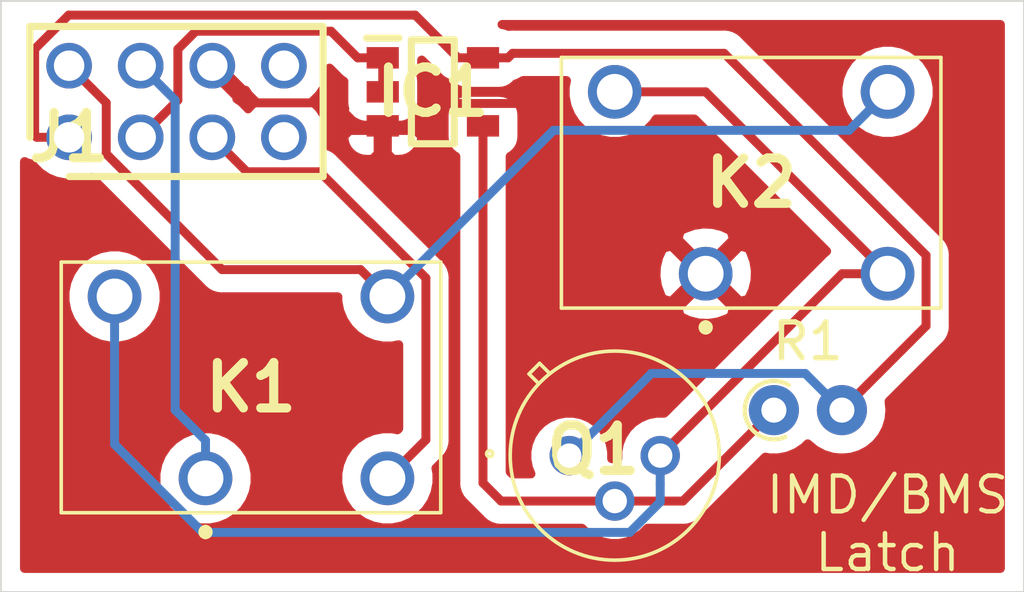
<source format=kicad_pcb>
(kicad_pcb (version 20171130) (host pcbnew "(5.1.0)-1")

  (general
    (thickness 1.6)
    (drawings 5)
    (tracks 69)
    (zones 0)
    (modules 6)
    (nets 11)
  )

  (page A4)
  (layers
    (0 F.Cu signal)
    (31 B.Cu signal)
    (32 B.Adhes user)
    (33 F.Adhes user)
    (34 B.Paste user)
    (35 F.Paste user)
    (36 B.SilkS user)
    (37 F.SilkS user)
    (38 B.Mask user)
    (39 F.Mask user)
    (40 Dwgs.User user)
    (41 Cmts.User user)
    (42 Eco1.User user)
    (43 Eco2.User user)
    (44 Edge.Cuts user)
    (45 Margin user)
    (46 B.CrtYd user)
    (47 F.CrtYd user)
    (48 B.Fab user)
    (49 F.Fab user)
  )

  (setup
    (last_trace_width 0.25)
    (trace_clearance 0.2)
    (zone_clearance 0.508)
    (zone_45_only no)
    (trace_min 0.2)
    (via_size 0.8)
    (via_drill 0.4)
    (via_min_size 0.4)
    (via_min_drill 0.3)
    (uvia_size 0.3)
    (uvia_drill 0.1)
    (uvias_allowed no)
    (uvia_min_size 0.2)
    (uvia_min_drill 0.1)
    (edge_width 0.05)
    (segment_width 0.2)
    (pcb_text_width 0.3)
    (pcb_text_size 1.5 1.5)
    (mod_edge_width 0.12)
    (mod_text_size 1 1)
    (mod_text_width 0.15)
    (pad_size 1.524 1.524)
    (pad_drill 0.762)
    (pad_to_mask_clearance 0.051)
    (solder_mask_min_width 0.25)
    (aux_axis_origin 0 0)
    (visible_elements 7FFFFFFF)
    (pcbplotparams
      (layerselection 0x010fc_ffffffff)
      (usegerberextensions false)
      (usegerberattributes false)
      (usegerberadvancedattributes false)
      (creategerberjobfile false)
      (excludeedgelayer true)
      (linewidth 0.100000)
      (plotframeref false)
      (viasonmask false)
      (mode 1)
      (useauxorigin false)
      (hpglpennumber 1)
      (hpglpenspeed 20)
      (hpglpendiameter 15.000000)
      (psnegative false)
      (psa4output false)
      (plotreference true)
      (plotvalue true)
      (plotinvisibletext false)
      (padsonsilk false)
      (subtractmaskfromsilk false)
      (outputformat 1)
      (mirror false)
      (drillshape 0)
      (scaleselection 1)
      (outputdirectory "IMD_BMS_Latch/"))
  )

  (net 0 "")
  (net 1 "Net-(D1-Pad1)")
  (net 2 /IMD_reset_button)
  (net 3 /IMD_signal)
  (net 4 /GND)
  (net 5 "Net-(IC1-Pad4)")
  (net 6 /IMD_12V)
  (net 7 /IN_A)
  (net 8 /OUT_B)
  (net 9 "Net-(J1-Pad7)")
  (net 10 "Net-(J1-Pad8)")

  (net_class Default "This is the default net class."
    (clearance 0.2)
    (trace_width 0.25)
    (via_dia 0.8)
    (via_drill 0.4)
    (uvia_dia 0.3)
    (uvia_drill 0.1)
    (add_net /GND)
    (add_net /IMD_12V)
    (add_net /IMD_reset_button)
    (add_net /IMD_signal)
    (add_net /IN_A)
    (add_net /OUT_B)
    (add_net "Net-(D1-Pad1)")
    (add_net "Net-(IC1-Pad4)")
    (add_net "Net-(J1-Pad7)")
    (add_net "Net-(J1-Pad8)")
  )

  (module SamacSys_Parts:G6L1PDC24 (layer F.Cu) (tedit 0) (tstamp 5D596D24)
    (at 126.365 99.695)
    (descr G6L-1P-DC24-3)
    (tags "Relay or Contactor")
    (path /5D597E9E)
    (fp_text reference K1 (at 1.27 -2.54) (layer F.SilkS)
      (effects (font (size 1.27 1.27) (thickness 0.254)))
    )
    (fp_text value G6L-1P-DC24 (at 1.27 -2.54) (layer F.SilkS) hide
      (effects (font (size 1.27 1.27) (thickness 0.254)))
    )
    (fp_arc (start 0 1.5) (end 0 1.6) (angle -180) (layer F.SilkS) (width 0.2))
    (fp_arc (start 0 1.5) (end 0 1.4) (angle -180) (layer F.SilkS) (width 0.2))
    (fp_line (start 0 1.6) (end 0 1.6) (layer F.SilkS) (width 0.2))
    (fp_line (start 0 1.4) (end 0 1.4) (layer F.SilkS) (width 0.2))
    (fp_line (start -5.03 -7.04) (end -5.03 1.96) (layer F.CrtYd) (width 0.1))
    (fp_line (start 7.57 -7.04) (end -5.03 -7.04) (layer F.CrtYd) (width 0.1))
    (fp_line (start 7.57 1.96) (end 7.57 -7.04) (layer F.CrtYd) (width 0.1))
    (fp_line (start -5.03 1.96) (end 7.57 1.96) (layer F.CrtYd) (width 0.1))
    (fp_line (start -4.03 -6.04) (end -4.03 0.96) (layer F.SilkS) (width 0.1))
    (fp_line (start 6.57 -6.04) (end -4.03 -6.04) (layer F.SilkS) (width 0.1))
    (fp_line (start 6.57 0.96) (end 6.57 -6.04) (layer F.SilkS) (width 0.1))
    (fp_line (start -4.03 0.96) (end 6.57 0.96) (layer F.SilkS) (width 0.1))
    (fp_line (start -4.03 -6.04) (end -4.03 0.96) (layer F.Fab) (width 0.2))
    (fp_line (start 6.57 -6.04) (end -4.03 -6.04) (layer F.Fab) (width 0.2))
    (fp_line (start 6.57 0.96) (end 6.57 -6.04) (layer F.Fab) (width 0.2))
    (fp_line (start -4.03 0.96) (end 6.57 0.96) (layer F.Fab) (width 0.2))
    (fp_text user %R (at 1.27 -2.54) (layer F.Fab)
      (effects (font (size 1.27 1.27) (thickness 0.254)))
    )
    (pad 8 thru_hole circle (at -2.54 -5.08) (size 1.5 1.5) (drill 1) (layers *.Cu *.Mask)
      (net 1 "Net-(D1-Pad1)"))
    (pad 5 thru_hole circle (at 5.08 -5.08) (size 1.5 1.5) (drill 1) (layers *.Cu *.Mask)
      (net 2 /IMD_reset_button))
    (pad 4 thru_hole circle (at 5.08 0) (size 1.5 1.5) (drill 1) (layers *.Cu *.Mask)
      (net 8 /OUT_B))
    (pad 2 thru_hole circle (at 0 0) (size 1.5 1.5) (drill 1) (layers *.Cu *.Mask)
      (net 7 /IN_A))
    (model "F:\\FS electric vehicle\\KiCAD Models\\SamacSys_Parts.3dshapes\\G6L-1P-DC24.stp"
      (at (xyz 0 0 0))
      (scale (xyz 1 1 1))
      (rotate (xyz 0 0 0))
    )
  )

  (module SamacSys_Parts:SHDR8W46P200_2X4_819X419X444P (layer F.Cu) (tedit 0) (tstamp 5D5D6619)
    (at 122.555 90.17)
    (descr 79107-7003_a)
    (tags Connector)
    (path /5D5D277A)
    (fp_text reference J1 (at 0 0) (layer F.SilkS)
      (effects (font (size 1.27 1.27) (thickness 0.254)))
    )
    (fp_text value 79107-7003 (at 0 0) (layer F.SilkS) hide
      (effects (font (size 1.27 1.27) (thickness 0.254)))
    )
    (fp_line (start -1.095 -3.095) (end -1.095 0) (layer F.SilkS) (width 0.2))
    (fp_line (start 7.095 -3.095) (end -1.095 -3.095) (layer F.SilkS) (width 0.2))
    (fp_line (start 7.095 1.095) (end 7.095 -3.095) (layer F.SilkS) (width 0.2))
    (fp_line (start 0 1.095) (end 7.095 1.095) (layer F.SilkS) (width 0.2))
    (fp_line (start 7.095 1.095) (end -1.095 1.095) (layer F.Fab) (width 0.1))
    (fp_line (start 7.095 -3.095) (end 7.095 1.095) (layer F.Fab) (width 0.1))
    (fp_line (start -1.095 -3.095) (end 7.095 -3.095) (layer F.Fab) (width 0.1))
    (fp_line (start -1.095 1.095) (end -1.095 -3.095) (layer F.Fab) (width 0.1))
    (fp_line (start 7.345 1.345) (end -1.345 1.345) (layer F.CrtYd) (width 0.05))
    (fp_line (start 7.345 -3.345) (end 7.345 1.345) (layer F.CrtYd) (width 0.05))
    (fp_line (start -1.345 -3.345) (end 7.345 -3.345) (layer F.CrtYd) (width 0.05))
    (fp_line (start -1.345 1.345) (end -1.345 -3.345) (layer F.CrtYd) (width 0.05))
    (fp_text user %R (at 0 0) (layer F.Fab)
      (effects (font (size 1.27 1.27) (thickness 0.254)))
    )
    (pad 8 thru_hole circle (at 6 -2) (size 1.275 1.275) (drill 0.85) (layers *.Cu *.Mask)
      (net 10 "Net-(J1-Pad8)"))
    (pad 7 thru_hole circle (at 6 0) (size 1.275 1.275) (drill 0.85) (layers *.Cu *.Mask)
      (net 9 "Net-(J1-Pad7)"))
    (pad 6 thru_hole circle (at 4 -2) (size 1.275 1.275) (drill 0.85) (layers *.Cu *.Mask)
      (net 4 /GND))
    (pad 5 thru_hole circle (at 4 0) (size 1.275 1.275) (drill 0.85) (layers *.Cu *.Mask)
      (net 8 /OUT_B))
    (pad 4 thru_hole circle (at 2 -2) (size 1.275 1.275) (drill 0.85) (layers *.Cu *.Mask)
      (net 7 /IN_A))
    (pad 3 thru_hole circle (at 2 0) (size 1.275 1.275) (drill 0.85) (layers *.Cu *.Mask)
      (net 3 /IMD_signal))
    (pad 2 thru_hole circle (at 0 -2) (size 1.275 1.275) (drill 0.85) (layers *.Cu *.Mask)
      (net 2 /IMD_reset_button))
    (pad 1 thru_hole circle (at 0 0) (size 1.275 1.275) (drill 0.85) (layers *.Cu *.Mask)
      (net 6 /IMD_12V))
    (model "F:\\FS electric vehicle\\KiCAD Models\\SamacSys_Parts.3dshapes\\79107-7003.stp"
      (at (xyz 0 0 0))
      (scale (xyz 1 1 1))
      (rotate (xyz 0 0 0))
    )
  )

  (module SamacSys_Parts:G6L1PDC24 (layer F.Cu) (tedit 0) (tstamp 5D596D6C)
    (at 140.335 93.98)
    (descr G6L-1P-DC24-3)
    (tags "Relay or Contactor")
    (path /5D5970EC)
    (fp_text reference K2 (at 1.27 -2.54) (layer F.SilkS)
      (effects (font (size 1.27 1.27) (thickness 0.254)))
    )
    (fp_text value G6L-1P-DC24 (at 1.27 -2.54) (layer F.SilkS) hide
      (effects (font (size 1.27 1.27) (thickness 0.254)))
    )
    (fp_arc (start 0 1.5) (end 0 1.6) (angle -180) (layer F.SilkS) (width 0.2))
    (fp_arc (start 0 1.5) (end 0 1.4) (angle -180) (layer F.SilkS) (width 0.2))
    (fp_line (start 0 1.6) (end 0 1.6) (layer F.SilkS) (width 0.2))
    (fp_line (start 0 1.4) (end 0 1.4) (layer F.SilkS) (width 0.2))
    (fp_line (start -5.03 -7.04) (end -5.03 1.96) (layer F.CrtYd) (width 0.1))
    (fp_line (start 7.57 -7.04) (end -5.03 -7.04) (layer F.CrtYd) (width 0.1))
    (fp_line (start 7.57 1.96) (end 7.57 -7.04) (layer F.CrtYd) (width 0.1))
    (fp_line (start -5.03 1.96) (end 7.57 1.96) (layer F.CrtYd) (width 0.1))
    (fp_line (start -4.03 -6.04) (end -4.03 0.96) (layer F.SilkS) (width 0.1))
    (fp_line (start 6.57 -6.04) (end -4.03 -6.04) (layer F.SilkS) (width 0.1))
    (fp_line (start 6.57 0.96) (end 6.57 -6.04) (layer F.SilkS) (width 0.1))
    (fp_line (start -4.03 0.96) (end 6.57 0.96) (layer F.SilkS) (width 0.1))
    (fp_line (start -4.03 -6.04) (end -4.03 0.96) (layer F.Fab) (width 0.2))
    (fp_line (start 6.57 -6.04) (end -4.03 -6.04) (layer F.Fab) (width 0.2))
    (fp_line (start 6.57 0.96) (end 6.57 -6.04) (layer F.Fab) (width 0.2))
    (fp_line (start -4.03 0.96) (end 6.57 0.96) (layer F.Fab) (width 0.2))
    (fp_text user %R (at 1.27 -2.54) (layer F.Fab)
      (effects (font (size 1.27 1.27) (thickness 0.254)))
    )
    (pad 8 thru_hole circle (at -2.54 -5.08) (size 1.5 1.5) (drill 1) (layers *.Cu *.Mask)
      (net 1 "Net-(D1-Pad1)"))
    (pad 5 thru_hole circle (at 5.08 -5.08) (size 1.5 1.5) (drill 1) (layers *.Cu *.Mask)
      (net 2 /IMD_reset_button))
    (pad 4 thru_hole circle (at 5.08 0) (size 1.5 1.5) (drill 1) (layers *.Cu *.Mask)
      (net 1 "Net-(D1-Pad1)"))
    (pad 2 thru_hole circle (at 0 0) (size 1.5 1.5) (drill 1) (layers *.Cu *.Mask)
      (net 4 /GND))
    (model "F:\\FS electric vehicle\\KiCAD Models\\SamacSys_Parts.3dshapes\\G6L-1P-DC24.stp"
      (at (xyz 0 0 0))
      (scale (xyz 1 1 1))
      (rotate (xyz 0 0 0))
    )
  )

  (module SamacSys_Parts:SOT95P280X125-5N (layer F.Cu) (tedit 0) (tstamp 5D545E66)
    (at 132.715 88.9)
    (descr SSOP5)
    (tags "Integrated Circuit")
    (path /5D5649CE)
    (attr smd)
    (fp_text reference IC1 (at 0 0) (layer F.SilkS)
      (effects (font (size 1.27 1.27) (thickness 0.254)))
    )
    (fp_text value BU4S11G2-TR (at 0 0) (layer F.SilkS) hide
      (effects (font (size 1.27 1.27) (thickness 0.254)))
    )
    (fp_text user %R (at 0 0) (layer F.Fab)
      (effects (font (size 1.27 1.27) (thickness 0.254)))
    )
    (fp_line (start -2.1 -1.8) (end 2.1 -1.8) (layer F.CrtYd) (width 0.05))
    (fp_line (start 2.1 -1.8) (end 2.1 1.8) (layer F.CrtYd) (width 0.05))
    (fp_line (start 2.1 1.8) (end -2.1 1.8) (layer F.CrtYd) (width 0.05))
    (fp_line (start -2.1 1.8) (end -2.1 -1.8) (layer F.CrtYd) (width 0.05))
    (fp_line (start -0.825 -1.45) (end 0.825 -1.45) (layer F.Fab) (width 0.1))
    (fp_line (start 0.825 -1.45) (end 0.825 1.45) (layer F.Fab) (width 0.1))
    (fp_line (start 0.825 1.45) (end -0.825 1.45) (layer F.Fab) (width 0.1))
    (fp_line (start -0.825 1.45) (end -0.825 -1.45) (layer F.Fab) (width 0.1))
    (fp_line (start -0.825 -0.5) (end 0.125 -1.45) (layer F.Fab) (width 0.1))
    (fp_line (start -0.6 -1.45) (end 0.6 -1.45) (layer F.SilkS) (width 0.2))
    (fp_line (start 0.6 -1.45) (end 0.6 1.45) (layer F.SilkS) (width 0.2))
    (fp_line (start 0.6 1.45) (end -0.6 1.45) (layer F.SilkS) (width 0.2))
    (fp_line (start -0.6 1.45) (end -0.6 -1.45) (layer F.SilkS) (width 0.2))
    (fp_line (start -1.85 -1.5) (end -0.95 -1.5) (layer F.SilkS) (width 0.2))
    (pad 1 smd rect (at -1.4 -0.95 90) (size 0.6 0.9) (layers F.Cu F.Paste F.Mask)
      (net 3 /IMD_signal))
    (pad 2 smd rect (at -1.4 0 90) (size 0.6 0.9) (layers F.Cu F.Paste F.Mask)
      (net 3 /IMD_signal))
    (pad 3 smd rect (at -1.4 0.95 90) (size 0.6 0.9) (layers F.Cu F.Paste F.Mask)
      (net 4 /GND))
    (pad 4 smd rect (at 1.4 0.95 90) (size 0.6 0.9) (layers F.Cu F.Paste F.Mask)
      (net 5 "Net-(IC1-Pad4)"))
    (pad 5 smd rect (at 1.4 -0.95 90) (size 0.6 0.9) (layers F.Cu F.Paste F.Mask)
      (net 6 /IMD_12V))
    (model "F:\\FS electric vehicle\\KiCAD Models\\SamacSys_Parts.3dshapes\\BU4S81G2-TR.stp"
      (at (xyz 0 0 0))
      (scale (xyz 1 1 1))
      (rotate (xyz 0 0 0))
    )
  )

  (module SamacSys_Parts:CENTRAL_TO18 (layer F.Cu) (tedit 0) (tstamp 5D545EA5)
    (at 137.795 99.06)
    (descr "Central TO18")
    (tags "Transistor BJT PNP")
    (path /5D5424B7)
    (fp_text reference Q1 (at -0.594 -0.161) (layer F.SilkS)
      (effects (font (size 1.27 1.27) (thickness 0.254)))
    )
    (fp_text value BCY79 (at -0.594 -0.161) (layer F.SilkS) hide
      (effects (font (size 1.27 1.27) (thickness 0.254)))
    )
    (fp_text user %R (at -0.594 -0.161) (layer F.Fab)
      (effects (font (size 1.27 1.27) (thickness 0.254)))
    )
    (fp_line (start -2.144 -2.031) (end -2.394 -2.281) (layer F.Fab) (width 0.1))
    (fp_line (start -2.394 -2.281) (end -2.099 -2.576) (layer F.Fab) (width 0.1))
    (fp_line (start -2.099 -2.576) (end -1.824 -2.301) (layer F.Fab) (width 0.1))
    (fp_line (start -2.144 -2.031) (end -2.394 -2.281) (layer F.SilkS) (width 0.1))
    (fp_line (start -2.394 -2.281) (end -2.099 -2.576) (layer F.SilkS) (width 0.1))
    (fp_line (start -2.099 -2.576) (end -1.824 -2.301) (layer F.SilkS) (width 0.1))
    (fp_circle (center 0 0) (end 0 2.92) (layer F.Fab) (width 0.1))
    (fp_circle (center 0 0) (end 0 2.92) (layer F.SilkS) (width 0.1))
    (fp_circle (center -3.492 -0.051) (end -3.492 -0.01388) (layer F.SilkS) (width 0.1))
    (pad 1 thru_hole circle (at -1.27 0) (size 1.1 1.1) (drill 0.68) (layers *.Cu *.Mask)
      (net 6 /IMD_12V))
    (pad 2 thru_hole circle (at 0 1.27) (size 1.1 1.1) (drill 0.68) (layers *.Cu *.Mask)
      (net 5 "Net-(IC1-Pad4)"))
    (pad 3 thru_hole circle (at 1.27 0) (size 1.1 1.1) (drill 0.68) (layers *.Cu *.Mask)
      (net 1 "Net-(D1-Pad1)"))
  )

  (module Resistor_THT:R_Axial_DIN0204_L3.6mm_D1.6mm_P1.90mm_Vertical (layer F.Cu) (tedit 5AE5139B) (tstamp 5D545EB3)
    (at 142.24 97.79)
    (descr "Resistor, Axial_DIN0204 series, Axial, Vertical, pin pitch=1.9mm, 0.167W, length*diameter=3.6*1.6mm^2, http://cdn-reichelt.de/documents/datenblatt/B400/1_4W%23YAG.pdf")
    (tags "Resistor Axial_DIN0204 series Axial Vertical pin pitch 1.9mm 0.167W length 3.6mm diameter 1.6mm")
    (path /5D545E72)
    (fp_text reference R1 (at 0.95 -1.92) (layer F.SilkS)
      (effects (font (size 1 1) (thickness 0.15)))
    )
    (fp_text value 10k (at 0.95 1.92) (layer F.Fab)
      (effects (font (size 1 1) (thickness 0.15)))
    )
    (fp_arc (start 0 0) (end 0.417133 -0.7) (angle -233.92106) (layer F.SilkS) (width 0.12))
    (fp_circle (center 0 0) (end 0.8 0) (layer F.Fab) (width 0.1))
    (fp_line (start 0 0) (end 1.9 0) (layer F.Fab) (width 0.1))
    (fp_line (start -1.05 -1.05) (end -1.05 1.05) (layer F.CrtYd) (width 0.05))
    (fp_line (start -1.05 1.05) (end 2.86 1.05) (layer F.CrtYd) (width 0.05))
    (fp_line (start 2.86 1.05) (end 2.86 -1.05) (layer F.CrtYd) (width 0.05))
    (fp_line (start 2.86 -1.05) (end -1.05 -1.05) (layer F.CrtYd) (width 0.05))
    (fp_text user %R (at 0.95 -1.92) (layer F.Fab)
      (effects (font (size 1 1) (thickness 0.15)))
    )
    (pad 1 thru_hole circle (at 0 0) (size 1.4 1.4) (drill 0.7) (layers *.Cu *.Mask)
      (net 5 "Net-(IC1-Pad4)"))
    (pad 2 thru_hole oval (at 1.9 0) (size 1.4 1.4) (drill 0.7) (layers *.Cu *.Mask)
      (net 6 /IMD_12V))
    (model ${KISYS3DMOD}/Resistor_THT.3dshapes/R_Axial_DIN0204_L3.6mm_D1.6mm_P1.90mm_Vertical.wrl
      (at (xyz 0 0 0))
      (scale (xyz 1 1 1))
      (rotate (xyz 0 0 0))
    )
  )

  (gr_line (start 120.65 102.87) (end 120.65 86.36) (layer Edge.Cuts) (width 0.05) (tstamp 5D5D6D37))
  (gr_line (start 149.225 102.87) (end 120.65 102.87) (layer Edge.Cuts) (width 0.05))
  (gr_line (start 149.225 86.36) (end 149.225 102.87) (layer Edge.Cuts) (width 0.05))
  (gr_line (start 120.65 86.36) (end 149.225 86.36) (layer Edge.Cuts) (width 0.05))
  (gr_text "IMD/BMS\nLatch" (at 145.415 100.965) (layer F.SilkS)
    (effects (font (size 1 1) (thickness 0.125)))
  )

  (segment (start 144.145 93.98) (end 145.415 93.98) (width 0.25) (layer F.Cu) (net 1))
  (segment (start 139.065 99.06) (end 144.145 93.98) (width 0.25) (layer F.Cu) (net 1))
  (segment (start 140.335 88.9) (end 145.415 93.98) (width 0.25) (layer F.Cu) (net 1))
  (segment (start 137.795 88.9) (end 140.335 88.9) (width 0.25) (layer F.Cu) (net 1))
  (segment (start 139.065 99.837817) (end 139.065 99.06) (width 0.25) (layer B.Cu) (net 1))
  (segment (start 139.065 100.355002) (end 139.065 99.837817) (width 0.25) (layer B.Cu) (net 1))
  (segment (start 138.215001 101.205001) (end 139.065 100.355002) (width 0.25) (layer B.Cu) (net 1))
  (segment (start 126.283999 101.205001) (end 138.215001 101.205001) (width 0.25) (layer B.Cu) (net 1))
  (segment (start 123.825 98.746002) (end 126.283999 101.205001) (width 0.25) (layer B.Cu) (net 1))
  (segment (start 123.825 94.615) (end 123.825 98.746002) (width 0.25) (layer B.Cu) (net 1))
  (segment (start 123.192499 88.807499) (end 122.555 88.17) (width 0.25) (layer F.Cu) (net 2))
  (segment (start 123.592499 89.207499) (end 123.192499 88.807499) (width 0.25) (layer F.Cu) (net 2))
  (segment (start 123.592499 90.632001) (end 123.592499 89.207499) (width 0.25) (layer F.Cu) (net 2))
  (segment (start 126.825499 93.865001) (end 123.592499 90.632001) (width 0.25) (layer F.Cu) (net 2))
  (segment (start 130.695001 93.865001) (end 126.825499 93.865001) (width 0.25) (layer F.Cu) (net 2))
  (segment (start 131.445 94.615) (end 130.695001 93.865001) (width 0.25) (layer F.Cu) (net 2))
  (segment (start 132.194999 93.865001) (end 131.445 94.615) (width 0.25) (layer B.Cu) (net 2))
  (segment (start 136.084999 89.975001) (end 132.194999 93.865001) (width 0.25) (layer B.Cu) (net 2))
  (segment (start 144.339999 89.975001) (end 136.084999 89.975001) (width 0.25) (layer B.Cu) (net 2))
  (segment (start 145.415 88.9) (end 144.339999 89.975001) (width 0.25) (layer B.Cu) (net 2))
  (segment (start 131.315 87.95) (end 131.315 88.9) (width 0.25) (layer F.Cu) (net 3))
  (segment (start 125.592499 89.132501) (end 125.192499 89.532501) (width 0.25) (layer F.Cu) (net 3))
  (segment (start 125.592499 87.707999) (end 125.592499 89.132501) (width 0.25) (layer F.Cu) (net 3))
  (segment (start 126.092999 87.207499) (end 125.592499 87.707999) (width 0.25) (layer F.Cu) (net 3))
  (segment (start 129.872499 87.207499) (end 126.092999 87.207499) (width 0.25) (layer F.Cu) (net 3))
  (segment (start 130.615 87.95) (end 129.872499 87.207499) (width 0.25) (layer F.Cu) (net 3))
  (segment (start 125.192499 89.532501) (end 124.555 90.17) (width 0.25) (layer F.Cu) (net 3))
  (segment (start 131.315 87.95) (end 130.615 87.95) (width 0.25) (layer F.Cu) (net 3))
  (segment (start 130.615 89.85) (end 131.315 89.85) (width 0.25) (layer F.Cu) (net 4))
  (segment (start 129.972499 89.207499) (end 130.615 89.85) (width 0.25) (layer F.Cu) (net 4))
  (segment (start 127.592499 89.207499) (end 129.972499 89.207499) (width 0.25) (layer F.Cu) (net 4))
  (segment (start 126.555 88.17) (end 127.592499 89.207499) (width 0.25) (layer F.Cu) (net 4))
  (segment (start 132.015 89.85) (end 131.315 89.85) (width 0.25) (layer F.Cu) (net 4))
  (segment (start 132.640001 89.224999) (end 132.015 89.85) (width 0.25) (layer F.Cu) (net 4))
  (segment (start 135.579999 89.224999) (end 132.640001 89.224999) (width 0.25) (layer F.Cu) (net 4))
  (segment (start 140.335 93.98) (end 135.579999 89.224999) (width 0.25) (layer F.Cu) (net 4))
  (segment (start 134.115 89.85) (end 134.115 99.825) (width 0.25) (layer F.Cu) (net 5))
  (segment (start 134.62 100.33) (end 137.795 100.33) (width 0.25) (layer F.Cu) (net 5))
  (segment (start 134.115 99.825) (end 134.62 100.33) (width 0.25) (layer F.Cu) (net 5))
  (segment (start 139.7 100.33) (end 142.24 97.79) (width 0.25) (layer F.Cu) (net 5))
  (segment (start 137.795 100.33) (end 139.7 100.33) (width 0.25) (layer F.Cu) (net 5))
  (segment (start 121.592499 90.10906) (end 121.592499 87.707999) (width 0.25) (layer F.Cu) (net 6))
  (segment (start 121.653439 90.17) (end 121.592499 90.10906) (width 0.25) (layer F.Cu) (net 6))
  (segment (start 122.555 90.17) (end 121.653439 90.17) (width 0.25) (layer F.Cu) (net 6))
  (segment (start 133.415 87.95) (end 134.115 87.95) (width 0.25) (layer F.Cu) (net 6))
  (segment (start 132.22249 86.75749) (end 133.415 87.95) (width 0.25) (layer F.Cu) (net 6))
  (segment (start 122.543008 86.75749) (end 132.22249 86.75749) (width 0.25) (layer F.Cu) (net 6))
  (segment (start 121.592499 87.707999) (end 122.543008 86.75749) (width 0.25) (layer F.Cu) (net 6))
  (segment (start 137.074999 98.510001) (end 136.525 99.06) (width 0.25) (layer B.Cu) (net 6))
  (segment (start 138.820001 96.764999) (end 137.074999 98.510001) (width 0.25) (layer B.Cu) (net 6))
  (segment (start 143.114999 96.764999) (end 138.820001 96.764999) (width 0.25) (layer B.Cu) (net 6))
  (segment (start 144.14 97.79) (end 143.114999 96.764999) (width 0.25) (layer B.Cu) (net 6))
  (segment (start 144.839999 97.090001) (end 144.14 97.79) (width 0.25) (layer F.Cu) (net 6))
  (segment (start 146.490001 95.439999) (end 144.839999 97.090001) (width 0.25) (layer F.Cu) (net 6))
  (segment (start 146.490001 93.463999) (end 146.490001 95.439999) (width 0.25) (layer F.Cu) (net 6))
  (segment (start 140.851001 87.824999) (end 146.490001 93.463999) (width 0.25) (layer F.Cu) (net 6))
  (segment (start 134.940001 87.824999) (end 140.851001 87.824999) (width 0.25) (layer F.Cu) (net 6))
  (segment (start 134.815 87.95) (end 134.940001 87.824999) (width 0.25) (layer F.Cu) (net 6))
  (segment (start 134.115 87.95) (end 134.815 87.95) (width 0.25) (layer F.Cu) (net 6))
  (segment (start 125.517501 89.132501) (end 124.555 88.17) (width 0.25) (layer B.Cu) (net 7))
  (segment (start 125.517501 97.786841) (end 125.517501 89.132501) (width 0.25) (layer B.Cu) (net 7))
  (segment (start 126.365 99.695) (end 126.365 98.63434) (width 0.25) (layer B.Cu) (net 7))
  (segment (start 126.365 98.63434) (end 125.517501 97.786841) (width 0.25) (layer B.Cu) (net 7))
  (segment (start 127.192499 90.807499) (end 126.555 90.17) (width 0.25) (layer F.Cu) (net 8))
  (segment (start 127.517501 91.132501) (end 127.192499 90.807499) (width 0.25) (layer F.Cu) (net 8))
  (segment (start 129.553503 91.132501) (end 127.517501 91.132501) (width 0.25) (layer F.Cu) (net 8))
  (segment (start 132.520001 94.098999) (end 129.553503 91.132501) (width 0.25) (layer F.Cu) (net 8))
  (segment (start 132.520001 98.619999) (end 132.520001 94.098999) (width 0.25) (layer F.Cu) (net 8))
  (segment (start 131.445 99.695) (end 132.520001 98.619999) (width 0.25) (layer F.Cu) (net 8))

  (zone (net 4) (net_name /GND) (layer F.Cu) (tstamp 0) (hatch edge 0.508)
    (connect_pads (clearance 0.508))
    (min_thickness 0.254)
    (fill yes (arc_segments 32) (thermal_gap 0.508) (thermal_bridge_width 0.508))
    (polygon
      (pts
        (xy 120.904 86.614) (xy 148.971 86.614) (xy 148.971 102.616) (xy 121.031 102.616) (xy 121.031 86.614)
      )
    )
    (filled_polygon
      (pts
        (xy 148.565001 102.21) (xy 121.31 102.21) (xy 121.31 99.558589) (xy 124.98 99.558589) (xy 124.98 99.831411)
        (xy 125.033225 100.098989) (xy 125.137629 100.351043) (xy 125.289201 100.577886) (xy 125.482114 100.770799) (xy 125.708957 100.922371)
        (xy 125.961011 101.026775) (xy 126.228589 101.08) (xy 126.501411 101.08) (xy 126.768989 101.026775) (xy 127.021043 100.922371)
        (xy 127.247886 100.770799) (xy 127.440799 100.577886) (xy 127.592371 100.351043) (xy 127.696775 100.098989) (xy 127.75 99.831411)
        (xy 127.75 99.558589) (xy 127.696775 99.291011) (xy 127.592371 99.038957) (xy 127.440799 98.812114) (xy 127.247886 98.619201)
        (xy 127.021043 98.467629) (xy 126.768989 98.363225) (xy 126.501411 98.31) (xy 126.228589 98.31) (xy 125.961011 98.363225)
        (xy 125.708957 98.467629) (xy 125.482114 98.619201) (xy 125.289201 98.812114) (xy 125.137629 99.038957) (xy 125.033225 99.291011)
        (xy 124.98 99.558589) (xy 121.31 99.558589) (xy 121.31 94.478589) (xy 122.44 94.478589) (xy 122.44 94.751411)
        (xy 122.493225 95.018989) (xy 122.597629 95.271043) (xy 122.749201 95.497886) (xy 122.942114 95.690799) (xy 123.168957 95.842371)
        (xy 123.421011 95.946775) (xy 123.688589 96) (xy 123.961411 96) (xy 124.228989 95.946775) (xy 124.481043 95.842371)
        (xy 124.707886 95.690799) (xy 124.900799 95.497886) (xy 125.052371 95.271043) (xy 125.156775 95.018989) (xy 125.21 94.751411)
        (xy 125.21 94.478589) (xy 125.156775 94.211011) (xy 125.052371 93.958957) (xy 124.900799 93.732114) (xy 124.707886 93.539201)
        (xy 124.481043 93.387629) (xy 124.228989 93.283225) (xy 123.961411 93.23) (xy 123.688589 93.23) (xy 123.421011 93.283225)
        (xy 123.168957 93.387629) (xy 122.942114 93.539201) (xy 122.749201 93.732114) (xy 122.597629 93.958957) (xy 122.493225 94.211011)
        (xy 122.44 94.478589) (xy 121.31 94.478589) (xy 121.31 90.848183) (xy 121.361192 90.875546) (xy 121.504453 90.919003)
        (xy 121.526496 90.921174) (xy 121.566585 90.981171) (xy 121.743829 91.158415) (xy 121.952245 91.297675) (xy 122.183825 91.393598)
        (xy 122.42967 91.4425) (xy 122.68033 91.4425) (xy 122.926175 91.393598) (xy 123.157755 91.297675) (xy 123.173111 91.287414)
        (xy 126.261704 94.376009) (xy 126.285498 94.405002) (xy 126.314491 94.428796) (xy 126.314495 94.4288) (xy 126.334094 94.444884)
        (xy 126.401223 94.499975) (xy 126.533252 94.570547) (xy 126.676513 94.614004) (xy 126.788166 94.625001) (xy 126.788175 94.625001)
        (xy 126.825498 94.628677) (xy 126.862821 94.625001) (xy 130.06 94.625001) (xy 130.06 94.751411) (xy 130.113225 95.018989)
        (xy 130.217629 95.271043) (xy 130.369201 95.497886) (xy 130.562114 95.690799) (xy 130.788957 95.842371) (xy 131.041011 95.946775)
        (xy 131.308589 96) (xy 131.581411 96) (xy 131.760002 95.964476) (xy 131.760001 98.305197) (xy 131.726365 98.338833)
        (xy 131.581411 98.31) (xy 131.308589 98.31) (xy 131.041011 98.363225) (xy 130.788957 98.467629) (xy 130.562114 98.619201)
        (xy 130.369201 98.812114) (xy 130.217629 99.038957) (xy 130.113225 99.291011) (xy 130.06 99.558589) (xy 130.06 99.831411)
        (xy 130.113225 100.098989) (xy 130.217629 100.351043) (xy 130.369201 100.577886) (xy 130.562114 100.770799) (xy 130.788957 100.922371)
        (xy 131.041011 101.026775) (xy 131.308589 101.08) (xy 131.581411 101.08) (xy 131.848989 101.026775) (xy 132.101043 100.922371)
        (xy 132.327886 100.770799) (xy 132.520799 100.577886) (xy 132.672371 100.351043) (xy 132.776775 100.098989) (xy 132.83 99.831411)
        (xy 132.83 99.558589) (xy 132.801167 99.413635) (xy 133.031005 99.183797) (xy 133.060002 99.16) (xy 133.13083 99.073696)
        (xy 133.154975 99.044276) (xy 133.225547 98.912246) (xy 133.251417 98.826962) (xy 133.269004 98.768985) (xy 133.280001 98.657332)
        (xy 133.280001 98.657322) (xy 133.283677 98.619999) (xy 133.280001 98.582677) (xy 133.280001 94.136324) (xy 133.283677 94.098999)
        (xy 133.280001 94.061674) (xy 133.280001 94.061666) (xy 133.269004 93.950013) (xy 133.225547 93.806752) (xy 133.154975 93.674723)
        (xy 133.060002 93.558998) (xy 133.031004 93.5352) (xy 130.117307 90.621504) (xy 130.093504 90.5925) (xy 129.977779 90.497527)
        (xy 129.84575 90.426955) (xy 129.803846 90.414244) (xy 129.8275 90.29533) (xy 129.8275 90.15) (xy 130.226928 90.15)
        (xy 130.239188 90.274482) (xy 130.275498 90.39418) (xy 130.334463 90.504494) (xy 130.413815 90.601185) (xy 130.510506 90.680537)
        (xy 130.62082 90.739502) (xy 130.740518 90.775812) (xy 130.865 90.788072) (xy 131.02925 90.785) (xy 131.188 90.62625)
        (xy 131.188 89.977) (xy 131.442 89.977) (xy 131.442 90.62625) (xy 131.60075 90.785) (xy 131.765 90.788072)
        (xy 131.889482 90.775812) (xy 132.00918 90.739502) (xy 132.119494 90.680537) (xy 132.216185 90.601185) (xy 132.295537 90.504494)
        (xy 132.354502 90.39418) (xy 132.390812 90.274482) (xy 132.403072 90.15) (xy 132.4 90.13575) (xy 132.24125 89.977)
        (xy 131.442 89.977) (xy 131.188 89.977) (xy 130.38875 89.977) (xy 130.23 90.13575) (xy 130.226928 90.15)
        (xy 129.8275 90.15) (xy 129.8275 90.04467) (xy 129.778598 89.798825) (xy 129.682675 89.567245) (xy 129.543415 89.358829)
        (xy 129.366171 89.181585) (xy 129.348833 89.17) (xy 129.366171 89.158415) (xy 129.543415 88.981171) (xy 129.682675 88.772755)
        (xy 129.778598 88.541175) (xy 129.8275 88.29533) (xy 129.8275 88.237302) (xy 130.051201 88.461002) (xy 130.074999 88.490001)
        (xy 130.103997 88.513799) (xy 130.190723 88.584974) (xy 130.226928 88.604326) (xy 130.226928 89.2) (xy 130.239188 89.324482)
        (xy 130.254512 89.375) (xy 130.239188 89.425518) (xy 130.226928 89.55) (xy 130.23 89.56425) (xy 130.38875 89.723)
        (xy 130.501322 89.723) (xy 130.510506 89.730537) (xy 130.62082 89.789502) (xy 130.740518 89.825812) (xy 130.865 89.838072)
        (xy 131.765 89.838072) (xy 131.889482 89.825812) (xy 132.00918 89.789502) (xy 132.119494 89.730537) (xy 132.128678 89.723)
        (xy 132.24125 89.723) (xy 132.4 89.56425) (xy 132.403072 89.55) (xy 132.390812 89.425518) (xy 132.375488 89.375)
        (xy 132.390812 89.324482) (xy 132.403072 89.2) (xy 132.403072 88.6) (xy 132.390812 88.475518) (xy 132.375488 88.425)
        (xy 132.390812 88.374482) (xy 132.403072 88.25) (xy 132.403072 88.012874) (xy 132.851201 88.461003) (xy 132.874999 88.490001)
        (xy 132.990724 88.584974) (xy 133.122753 88.655546) (xy 133.194129 88.677197) (xy 133.213815 88.701185) (xy 133.310506 88.780537)
        (xy 133.42082 88.839502) (xy 133.540518 88.875812) (xy 133.665 88.888072) (xy 134.565 88.888072) (xy 134.689482 88.875812)
        (xy 134.80918 88.839502) (xy 134.919494 88.780537) (xy 135.016185 88.701185) (xy 135.035871 88.677197) (xy 135.107247 88.655546)
        (xy 135.239229 88.584999) (xy 136.445524 88.584999) (xy 136.41 88.763589) (xy 136.41 89.036411) (xy 136.463225 89.303989)
        (xy 136.567629 89.556043) (xy 136.719201 89.782886) (xy 136.912114 89.975799) (xy 137.138957 90.127371) (xy 137.391011 90.231775)
        (xy 137.658589 90.285) (xy 137.931411 90.285) (xy 138.198989 90.231775) (xy 138.451043 90.127371) (xy 138.677886 89.975799)
        (xy 138.870799 89.782886) (xy 138.952909 89.66) (xy 140.020199 89.66) (xy 143.71221 93.352012) (xy 143.668812 93.387629)
        (xy 143.604999 93.439999) (xy 143.581201 93.468997) (xy 139.175199 97.875) (xy 138.948288 97.875) (xy 138.719348 97.920539)
        (xy 138.503692 98.009866) (xy 138.309606 98.13955) (xy 138.14455 98.304606) (xy 138.014866 98.498692) (xy 137.925539 98.714348)
        (xy 137.88 98.943288) (xy 137.88 99.145) (xy 137.71 99.145) (xy 137.71 98.943288) (xy 137.664461 98.714348)
        (xy 137.575134 98.498692) (xy 137.44545 98.304606) (xy 137.280394 98.13955) (xy 137.086308 98.009866) (xy 136.870652 97.920539)
        (xy 136.641712 97.875) (xy 136.408288 97.875) (xy 136.179348 97.920539) (xy 135.963692 98.009866) (xy 135.769606 98.13955)
        (xy 135.60455 98.304606) (xy 135.474866 98.498692) (xy 135.385539 98.714348) (xy 135.34 98.943288) (xy 135.34 99.176712)
        (xy 135.385539 99.405652) (xy 135.453614 99.57) (xy 134.934801 99.57) (xy 134.875 99.510199) (xy 134.875 94.936993)
        (xy 139.557612 94.936993) (xy 139.623137 95.17586) (xy 139.870116 95.29176) (xy 140.13496 95.35725) (xy 140.407492 95.369812)
        (xy 140.677238 95.328965) (xy 140.933832 95.236277) (xy 141.046863 95.17586) (xy 141.112388 94.936993) (xy 140.335 94.159605)
        (xy 139.557612 94.936993) (xy 134.875 94.936993) (xy 134.875 94.052492) (xy 138.945188 94.052492) (xy 138.986035 94.322238)
        (xy 139.078723 94.578832) (xy 139.13914 94.691863) (xy 139.378007 94.757388) (xy 140.155395 93.98) (xy 140.514605 93.98)
        (xy 141.291993 94.757388) (xy 141.53086 94.691863) (xy 141.64676 94.444884) (xy 141.71225 94.18004) (xy 141.724812 93.907508)
        (xy 141.683965 93.637762) (xy 141.591277 93.381168) (xy 141.53086 93.268137) (xy 141.291993 93.202612) (xy 140.514605 93.98)
        (xy 140.155395 93.98) (xy 139.378007 93.202612) (xy 139.13914 93.268137) (xy 139.02324 93.515116) (xy 138.95775 93.77996)
        (xy 138.945188 94.052492) (xy 134.875 94.052492) (xy 134.875 93.023007) (xy 139.557612 93.023007) (xy 140.335 93.800395)
        (xy 141.112388 93.023007) (xy 141.046863 92.78414) (xy 140.799884 92.66824) (xy 140.53504 92.60275) (xy 140.262508 92.590188)
        (xy 139.992762 92.631035) (xy 139.736168 92.723723) (xy 139.623137 92.78414) (xy 139.557612 93.023007) (xy 134.875 93.023007)
        (xy 134.875 90.70432) (xy 134.919494 90.680537) (xy 135.016185 90.601185) (xy 135.095537 90.504494) (xy 135.154502 90.39418)
        (xy 135.190812 90.274482) (xy 135.203072 90.15) (xy 135.203072 89.55) (xy 135.190812 89.425518) (xy 135.154502 89.30582)
        (xy 135.095537 89.195506) (xy 135.016185 89.098815) (xy 134.919494 89.019463) (xy 134.80918 88.960498) (xy 134.689482 88.924188)
        (xy 134.565 88.911928) (xy 133.665 88.911928) (xy 133.540518 88.924188) (xy 133.42082 88.960498) (xy 133.310506 89.019463)
        (xy 133.213815 89.098815) (xy 133.134463 89.195506) (xy 133.075498 89.30582) (xy 133.039188 89.425518) (xy 133.026928 89.55)
        (xy 133.026928 90.15) (xy 133.039188 90.274482) (xy 133.075498 90.39418) (xy 133.134463 90.504494) (xy 133.213815 90.601185)
        (xy 133.310506 90.680537) (xy 133.355 90.70432) (xy 133.355001 99.787668) (xy 133.351324 99.825) (xy 133.355001 99.862333)
        (xy 133.365998 99.973986) (xy 133.37918 100.017442) (xy 133.409454 100.117246) (xy 133.480026 100.249276) (xy 133.546254 100.329974)
        (xy 133.575 100.365001) (xy 133.603998 100.388799) (xy 134.056196 100.840997) (xy 134.079999 100.870001) (xy 134.195724 100.964974)
        (xy 134.327753 101.035546) (xy 134.471014 101.079003) (xy 134.582667 101.09) (xy 134.582677 101.09) (xy 134.62 101.093676)
        (xy 134.657323 101.09) (xy 136.879156 101.09) (xy 137.039606 101.25045) (xy 137.233692 101.380134) (xy 137.449348 101.469461)
        (xy 137.678288 101.515) (xy 137.911712 101.515) (xy 138.140652 101.469461) (xy 138.356308 101.380134) (xy 138.550394 101.25045)
        (xy 138.710844 101.09) (xy 139.662678 101.09) (xy 139.7 101.093676) (xy 139.737322 101.09) (xy 139.737333 101.09)
        (xy 139.848986 101.079003) (xy 139.992247 101.035546) (xy 140.124276 100.964974) (xy 140.240001 100.870001) (xy 140.263804 100.840997)
        (xy 142.001157 99.103645) (xy 142.108514 99.125) (xy 142.371486 99.125) (xy 142.629405 99.073696) (xy 142.872359 98.973061)
        (xy 143.091013 98.826962) (xy 143.186025 98.73195) (xy 143.191445 98.738555) (xy 143.394725 98.905382) (xy 143.626646 99.029347)
        (xy 143.878294 99.105683) (xy 144.074421 99.125) (xy 144.205579 99.125) (xy 144.401706 99.105683) (xy 144.653354 99.029347)
        (xy 144.885275 98.905382) (xy 145.088555 98.738555) (xy 145.255382 98.535275) (xy 145.379347 98.303354) (xy 145.455683 98.051706)
        (xy 145.481459 97.79) (xy 145.45755 97.547251) (xy 147.001004 96.003798) (xy 147.030002 95.98) (xy 147.124975 95.864275)
        (xy 147.195547 95.732246) (xy 147.239004 95.588985) (xy 147.250001 95.477332) (xy 147.250001 95.477323) (xy 147.253677 95.44)
        (xy 147.250001 95.402677) (xy 147.250001 93.501321) (xy 147.253677 93.463998) (xy 147.250001 93.426675) (xy 147.250001 93.426666)
        (xy 147.239004 93.315013) (xy 147.195547 93.171752) (xy 147.124975 93.039723) (xy 147.030002 92.923998) (xy 147.001005 92.900201)
        (xy 142.864393 88.763589) (xy 144.03 88.763589) (xy 144.03 89.036411) (xy 144.083225 89.303989) (xy 144.187629 89.556043)
        (xy 144.339201 89.782886) (xy 144.532114 89.975799) (xy 144.758957 90.127371) (xy 145.011011 90.231775) (xy 145.278589 90.285)
        (xy 145.551411 90.285) (xy 145.818989 90.231775) (xy 146.071043 90.127371) (xy 146.297886 89.975799) (xy 146.490799 89.782886)
        (xy 146.642371 89.556043) (xy 146.746775 89.303989) (xy 146.8 89.036411) (xy 146.8 88.763589) (xy 146.746775 88.496011)
        (xy 146.642371 88.243957) (xy 146.490799 88.017114) (xy 146.297886 87.824201) (xy 146.071043 87.672629) (xy 145.818989 87.568225)
        (xy 145.551411 87.515) (xy 145.278589 87.515) (xy 145.011011 87.568225) (xy 144.758957 87.672629) (xy 144.532114 87.824201)
        (xy 144.339201 88.017114) (xy 144.187629 88.243957) (xy 144.083225 88.496011) (xy 144.03 88.763589) (xy 142.864393 88.763589)
        (xy 141.414805 87.314002) (xy 141.391002 87.284998) (xy 141.275277 87.190025) (xy 141.143248 87.119453) (xy 140.999987 87.075996)
        (xy 140.888334 87.064999) (xy 140.888323 87.064999) (xy 140.851001 87.061323) (xy 140.813679 87.064999) (xy 134.977323 87.064999)
        (xy 134.94 87.061323) (xy 134.902678 87.064999) (xy 134.902668 87.064999) (xy 134.830837 87.072074) (xy 134.80918 87.060498)
        (xy 134.689482 87.024188) (xy 134.646959 87.02) (xy 148.565 87.02)
      )
    )
    (filled_polygon
      (pts
        (xy 126.748748 88.155858) (xy 126.734605 88.17) (xy 127.431588 88.866983) (xy 127.482523 88.855365) (xy 127.566585 88.981171)
        (xy 127.743829 89.158415) (xy 127.761167 89.17) (xy 127.743829 89.181585) (xy 127.566585 89.358829) (xy 127.555 89.376167)
        (xy 127.543415 89.358829) (xy 127.366171 89.181585) (xy 127.240365 89.097523) (xy 127.251983 89.046588) (xy 126.555 88.349605)
        (xy 126.540858 88.363748) (xy 126.361253 88.184143) (xy 126.375395 88.17) (xy 126.361253 88.155858) (xy 126.540858 87.976253)
        (xy 126.555 87.990395) (xy 126.569143 87.976253)
      )
    )
  )
)

</source>
